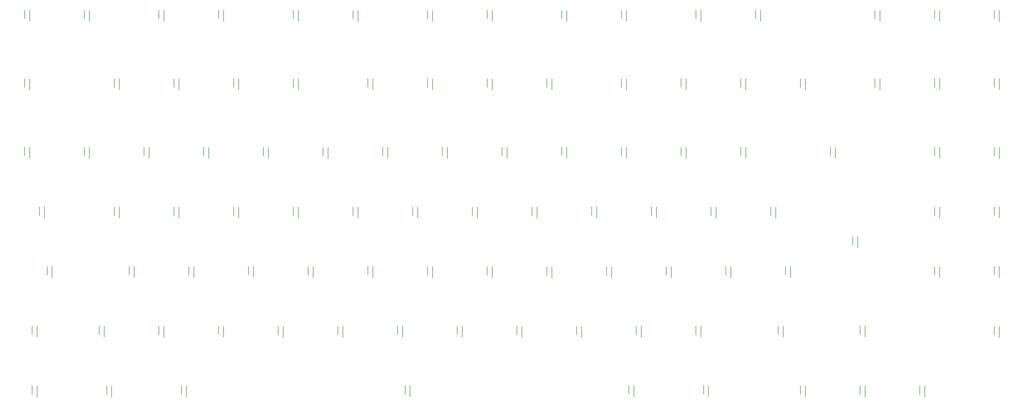
<source format=gbo>
G04 #@! TF.GenerationSoftware,KiCad,Pcbnew,7.0.8*
G04 #@! TF.CreationDate,2024-02-16T20:15:50-06:00*
G04 #@! TF.ProjectId,VesselV3,56657373-656c-4563-932e-6b696361645f,3.0*
G04 #@! TF.SameCoordinates,Original*
G04 #@! TF.FileFunction,Legend,Bot*
G04 #@! TF.FilePolarity,Positive*
%FSLAX46Y46*%
G04 Gerber Fmt 4.6, Leading zero omitted, Abs format (unit mm)*
G04 Created by KiCad (PCBNEW 7.0.8) date 2024-02-16 20:15:50*
%MOMM*%
%LPD*%
G01*
G04 APERTURE LIST*
G04 Aperture macros list*
%AMRoundRect*
0 Rectangle with rounded corners*
0 $1 Rounding radius*
0 $2 $3 $4 $5 $6 $7 $8 $9 X,Y pos of 4 corners*
0 Add a 4 corners polygon primitive as box body*
4,1,4,$2,$3,$4,$5,$6,$7,$8,$9,$2,$3,0*
0 Add four circle primitives for the rounded corners*
1,1,$1+$1,$2,$3*
1,1,$1+$1,$4,$5*
1,1,$1+$1,$6,$7*
1,1,$1+$1,$8,$9*
0 Add four rect primitives between the rounded corners*
20,1,$1+$1,$2,$3,$4,$5,0*
20,1,$1+$1,$4,$5,$6,$7,0*
20,1,$1+$1,$6,$7,$8,$9,0*
20,1,$1+$1,$8,$9,$2,$3,0*%
G04 Aperture macros list end*
%ADD10C,0.200000*%
%ADD11C,1.750000*%
%ADD12C,4.000000*%
%ADD13C,2.500000*%
%ADD14C,0.800000*%
%ADD15C,2.000000*%
%ADD16C,2.565000*%
%ADD17RoundRect,0.102000X1.237500X-1.237500X1.237500X1.237500X-1.237500X1.237500X-1.237500X-1.237500X0*%
%ADD18C,2.679000*%
%ADD19C,3.048000*%
%ADD20C,3.987800*%
%ADD21C,7.000000*%
%ADD22C,5.500000*%
%ADD23R,1.500000X1.500000*%
%ADD24C,1.500000*%
%ADD25C,4.920000*%
%ADD26R,0.740000X1.020000*%
G04 APERTURE END LIST*
D10*
X225272500Y-155675000D02*
X225272500Y-152115000D01*
X223672500Y-154815000D02*
X223672500Y-152115000D01*
X253847500Y-92810000D02*
X253847500Y-89250000D01*
X252247500Y-91950000D02*
X252247500Y-89250000D01*
X144310000Y-193804000D02*
X144310000Y-190244000D01*
X142710000Y-192944000D02*
X142710000Y-190244000D01*
X372910000Y-155626000D02*
X372910000Y-152066000D01*
X371310000Y-154766000D02*
X371310000Y-152066000D01*
X239560000Y-193804000D02*
X239560000Y-190244000D01*
X237960000Y-192944000D02*
X237960000Y-190244000D01*
X268135000Y-174754000D02*
X268135000Y-171194000D01*
X266535000Y-173894000D02*
X266535000Y-171194000D01*
X101447500Y-136576000D02*
X101447500Y-133016000D01*
X99847500Y-135716000D02*
X99847500Y-133016000D01*
X153835000Y-174725000D02*
X153835000Y-171165000D01*
X152235000Y-173865000D02*
X152235000Y-171165000D01*
X110972500Y-114732000D02*
X110972500Y-111172000D01*
X109372500Y-113872000D02*
X109372500Y-111172000D01*
X349097500Y-212825000D02*
X349097500Y-209265000D01*
X347497500Y-211965000D02*
X347497500Y-209265000D01*
X277660000Y-92810000D02*
X277660000Y-89250000D01*
X276060000Y-91950000D02*
X276060000Y-89250000D01*
X258610000Y-193804000D02*
X258610000Y-190244000D01*
X257010000Y-192944000D02*
X257010000Y-190244000D01*
X65728800Y-212854000D02*
X65728800Y-209294000D01*
X64128800Y-211994000D02*
X64128800Y-209294000D01*
X234797500Y-136576000D02*
X234797500Y-133016000D01*
X233197500Y-135716000D02*
X233197500Y-133016000D01*
X353860000Y-114654000D02*
X353860000Y-111094000D01*
X352260000Y-113794000D02*
X352260000Y-111094000D01*
X310997500Y-114732000D02*
X310997500Y-111172000D01*
X309397500Y-113872000D02*
X309397500Y-111172000D01*
X230035000Y-114732000D02*
X230035000Y-111172000D01*
X228435000Y-113872000D02*
X228435000Y-111172000D01*
X296710000Y-92761000D02*
X296710000Y-89201000D01*
X295110000Y-91901000D02*
X295110000Y-89201000D01*
X149072500Y-155675000D02*
X149072500Y-152115000D01*
X147472500Y-154815000D02*
X147472500Y-152115000D01*
X134785000Y-174676000D02*
X134785000Y-171116000D01*
X133185000Y-173816000D02*
X133185000Y-171116000D01*
X306235000Y-174676000D02*
X306235000Y-171116000D01*
X304635000Y-173816000D02*
X304635000Y-171116000D01*
X353860000Y-92810000D02*
X353860000Y-89250000D01*
X352260000Y-91950000D02*
X352260000Y-89250000D01*
X330047500Y-193726000D02*
X330047500Y-190166000D01*
X328447500Y-192866000D02*
X328447500Y-190166000D01*
X63347500Y-136576000D02*
X63347500Y-133016000D01*
X61747500Y-135716000D02*
X61747500Y-133016000D01*
X106210000Y-193775000D02*
X106210000Y-190215000D01*
X104610000Y-192915000D02*
X104610000Y-190215000D01*
X310997500Y-212854000D02*
X310997500Y-209294000D01*
X309397500Y-211994000D02*
X309397500Y-209294000D01*
X65728800Y-193726000D02*
X65728800Y-190166000D01*
X64128800Y-192866000D02*
X64128800Y-190166000D01*
X215747500Y-136654000D02*
X215747500Y-133094000D01*
X214147500Y-135794000D02*
X214147500Y-133094000D01*
X172885000Y-174676000D02*
X172885000Y-171116000D01*
X171285000Y-173816000D02*
X171285000Y-171116000D01*
X177647500Y-136576000D02*
X177647500Y-133016000D01*
X176047500Y-135716000D02*
X176047500Y-133016000D01*
X130022500Y-155704000D02*
X130022500Y-152144000D01*
X128422500Y-154844000D02*
X128422500Y-152144000D01*
X91922500Y-155675000D02*
X91922500Y-152115000D01*
X90322500Y-154815000D02*
X90322500Y-152115000D01*
X272897500Y-114654000D02*
X272897500Y-111094000D01*
X271297500Y-113794000D02*
X271297500Y-111094000D01*
X182410000Y-193726000D02*
X182410000Y-190166000D01*
X180810000Y-192866000D02*
X180810000Y-190166000D01*
X89541300Y-212854000D02*
X89541300Y-209294000D01*
X87941300Y-211994000D02*
X87941300Y-209294000D01*
X163360000Y-193804000D02*
X163360000Y-190244000D01*
X161760000Y-192944000D02*
X161760000Y-190244000D01*
X353860000Y-155675000D02*
X353860000Y-152115000D01*
X352260000Y-154815000D02*
X352260000Y-152115000D01*
X327666300Y-165151000D02*
X327666300Y-161591000D01*
X326066300Y-164291000D02*
X326066300Y-161591000D01*
X220510000Y-193804000D02*
X220510000Y-190244000D01*
X218910000Y-192944000D02*
X218910000Y-190244000D01*
X172885000Y-114654000D02*
X172885000Y-111094000D01*
X171285000Y-113794000D02*
X171285000Y-111094000D01*
X330047500Y-212854000D02*
X330047500Y-209294000D01*
X328447500Y-211994000D02*
X328447500Y-209294000D01*
X206222500Y-155704000D02*
X206222500Y-152144000D01*
X204622500Y-154844000D02*
X204622500Y-152144000D01*
X282422500Y-155704000D02*
X282422500Y-152144000D01*
X280822500Y-154844000D02*
X280822500Y-152144000D01*
X187172500Y-155704000D02*
X187172500Y-152144000D01*
X185572500Y-154844000D02*
X185572500Y-152144000D01*
X249085000Y-174725000D02*
X249085000Y-171165000D01*
X247485000Y-173865000D02*
X247485000Y-171165000D01*
X372910000Y-193775000D02*
X372910000Y-190215000D01*
X371310000Y-192915000D02*
X371310000Y-190215000D01*
X68110000Y-155626000D02*
X68110000Y-152066000D01*
X66510000Y-154766000D02*
X66510000Y-152066000D01*
X168122500Y-155675000D02*
X168122500Y-152115000D01*
X166522500Y-154815000D02*
X166522500Y-152115000D01*
X353860000Y-174725000D02*
X353860000Y-171165000D01*
X352260000Y-173865000D02*
X352260000Y-171165000D01*
X234797500Y-92839000D02*
X234797500Y-89279000D01*
X233197500Y-91979000D02*
X233197500Y-89279000D01*
X120497500Y-136625000D02*
X120497500Y-133065000D01*
X118897500Y-135765000D02*
X118897500Y-133065000D01*
X63347500Y-114683000D02*
X63347500Y-111123000D01*
X61747500Y-113823000D02*
X61747500Y-111123000D01*
X201460000Y-193726000D02*
X201460000Y-190166000D01*
X199860000Y-192866000D02*
X199860000Y-190166000D01*
X320522500Y-136625000D02*
X320522500Y-133065000D01*
X318922500Y-135765000D02*
X318922500Y-133065000D01*
X196697500Y-136576000D02*
X196697500Y-133016000D01*
X195097500Y-135716000D02*
X195097500Y-133016000D01*
X87160000Y-193726000D02*
X87160000Y-190166000D01*
X85560000Y-192866000D02*
X85560000Y-190166000D01*
X244322500Y-155626000D02*
X244322500Y-152066000D01*
X242722500Y-154766000D02*
X242722500Y-152066000D01*
X372910000Y-136654000D02*
X372910000Y-133094000D01*
X371310000Y-135794000D02*
X371310000Y-133094000D01*
X130022500Y-114654000D02*
X130022500Y-111094000D01*
X128422500Y-113794000D02*
X128422500Y-111094000D01*
X256228800Y-212776000D02*
X256228800Y-209216000D01*
X254628800Y-211916000D02*
X254628800Y-209216000D01*
X125260000Y-193726000D02*
X125260000Y-190166000D01*
X123660000Y-192866000D02*
X123660000Y-190166000D01*
X372910000Y-92839000D02*
X372910000Y-89279000D01*
X371310000Y-91979000D02*
X371310000Y-89279000D01*
X158597500Y-136625000D02*
X158597500Y-133065000D01*
X156997500Y-135765000D02*
X156997500Y-133065000D01*
X210985000Y-174754000D02*
X210985000Y-171194000D01*
X209385000Y-173894000D02*
X209385000Y-171194000D01*
X334810000Y-92839000D02*
X334810000Y-89279000D01*
X333210000Y-91979000D02*
X333210000Y-89279000D01*
X149072500Y-92810000D02*
X149072500Y-89250000D01*
X147472500Y-91950000D02*
X147472500Y-89250000D01*
X70491300Y-174676000D02*
X70491300Y-171116000D01*
X68891300Y-173816000D02*
X68891300Y-171116000D01*
X291947500Y-136576000D02*
X291947500Y-133016000D01*
X290347500Y-135716000D02*
X290347500Y-133016000D01*
X191935000Y-114683000D02*
X191935000Y-111123000D01*
X190335000Y-113823000D02*
X190335000Y-111123000D01*
X277660000Y-193726000D02*
X277660000Y-190166000D01*
X276060000Y-192866000D02*
X276060000Y-190166000D01*
X82397500Y-136654000D02*
X82397500Y-133094000D01*
X80797500Y-135794000D02*
X80797500Y-133094000D01*
X149072500Y-114683000D02*
X149072500Y-111123000D01*
X147472500Y-113823000D02*
X147472500Y-111123000D01*
X82397500Y-92839000D02*
X82397500Y-89279000D01*
X80797500Y-91979000D02*
X80797500Y-89279000D01*
X253847500Y-136625000D02*
X253847500Y-133065000D01*
X252247500Y-135765000D02*
X252247500Y-133065000D01*
X184791300Y-212776000D02*
X184791300Y-209216000D01*
X183191300Y-211916000D02*
X183191300Y-209216000D01*
X125260000Y-92810000D02*
X125260000Y-89250000D01*
X123660000Y-91950000D02*
X123660000Y-89250000D01*
X303853800Y-193726000D02*
X303853800Y-190166000D01*
X302253800Y-192866000D02*
X302253800Y-190166000D01*
X191935000Y-174754000D02*
X191935000Y-171194000D01*
X190335000Y-173894000D02*
X190335000Y-171194000D01*
X372910000Y-114654000D02*
X372910000Y-111094000D01*
X371310000Y-113794000D02*
X371310000Y-111094000D01*
X210985000Y-114732000D02*
X210985000Y-111172000D01*
X209385000Y-113872000D02*
X209385000Y-111172000D01*
X191935000Y-92839000D02*
X191935000Y-89279000D01*
X190335000Y-91979000D02*
X190335000Y-89279000D01*
X91922500Y-114732000D02*
X91922500Y-111172000D01*
X90322500Y-113872000D02*
X90322500Y-111172000D01*
X301472500Y-155704000D02*
X301472500Y-152144000D01*
X299872500Y-154844000D02*
X299872500Y-152144000D01*
X139547500Y-136654000D02*
X139547500Y-133094000D01*
X137947500Y-135794000D02*
X137947500Y-133094000D01*
X168122500Y-92839000D02*
X168122500Y-89279000D01*
X166522500Y-91979000D02*
X166522500Y-89279000D01*
X272897500Y-136625000D02*
X272897500Y-133065000D01*
X271297500Y-135765000D02*
X271297500Y-133065000D01*
X280041300Y-212776000D02*
X280041300Y-209216000D01*
X278441300Y-211916000D02*
X278441300Y-209216000D01*
X334810000Y-114732000D02*
X334810000Y-111172000D01*
X333210000Y-113872000D02*
X333210000Y-111172000D01*
X96685000Y-174676000D02*
X96685000Y-171116000D01*
X95085000Y-173816000D02*
X95085000Y-171116000D01*
X230035000Y-174803000D02*
X230035000Y-171243000D01*
X228435000Y-173943000D02*
X228435000Y-171243000D01*
X291947500Y-114683000D02*
X291947500Y-111123000D01*
X290347500Y-113823000D02*
X290347500Y-111123000D01*
X106210000Y-92761000D02*
X106210000Y-89201000D01*
X104610000Y-91901000D02*
X104610000Y-89201000D01*
X353860000Y-136576000D02*
X353860000Y-133016000D01*
X352260000Y-135716000D02*
X352260000Y-133016000D01*
X115735000Y-174725000D02*
X115735000Y-171165000D01*
X114135000Y-173865000D02*
X114135000Y-171165000D01*
X287185000Y-174754000D02*
X287185000Y-171194000D01*
X285585000Y-173894000D02*
X285585000Y-171194000D01*
X113353800Y-212776000D02*
X113353800Y-209216000D01*
X111753800Y-211916000D02*
X111753800Y-209216000D01*
X372910000Y-174676000D02*
X372910000Y-171116000D01*
X371310000Y-173816000D02*
X371310000Y-171116000D01*
X253847500Y-114683000D02*
X253847500Y-111123000D01*
X252247500Y-113823000D02*
X252247500Y-111123000D01*
X63347500Y-92810000D02*
X63347500Y-89250000D01*
X61747500Y-91950000D02*
X61747500Y-89250000D01*
X263372500Y-155626000D02*
X263372500Y-152066000D01*
X261772500Y-154766000D02*
X261772500Y-152066000D01*
X210985000Y-92761000D02*
X210985000Y-89201000D01*
X209385000Y-91901000D02*
X209385000Y-89201000D01*
X110972500Y-155675000D02*
X110972500Y-152115000D01*
X109372500Y-154815000D02*
X109372500Y-152115000D01*
%LPC*%
D11*
X200025000Y-87153700D03*
D12*
X205105000Y-87153700D03*
D11*
X210185000Y-87153700D03*
D13*
X201295000Y-84613700D03*
X207645000Y-82073700D03*
D11*
X361950000Y-169068700D03*
D12*
X367030000Y-169068700D03*
D11*
X372110000Y-169068700D03*
D13*
X363220000Y-166528700D03*
X369570000Y-163988700D03*
D11*
X338137500Y-207168700D03*
D12*
X343217500Y-207168700D03*
D11*
X348297500Y-207168700D03*
D13*
X339407500Y-204628700D03*
X345757500Y-202088700D03*
D11*
X54768800Y-207168700D03*
D12*
X59848800Y-207168700D03*
D11*
X64928800Y-207168700D03*
D13*
X56038800Y-204628700D03*
X62388800Y-202088700D03*
D11*
X190500000Y-188118700D03*
D12*
X195580000Y-188118700D03*
D11*
X200660000Y-188118700D03*
D13*
X191770000Y-185578700D03*
X198120000Y-183038700D03*
D11*
X142875000Y-169068700D03*
D12*
X147955000Y-169068700D03*
D11*
X153035000Y-169068700D03*
D13*
X144145000Y-166528700D03*
X150495000Y-163988700D03*
D11*
X342900000Y-150018700D03*
D12*
X347980000Y-150018700D03*
D11*
X353060000Y-150018700D03*
D13*
X344170000Y-147478700D03*
X350520000Y-144938700D03*
D14*
X248880000Y-33023000D03*
X242280000Y-33023000D03*
D15*
X250190000Y-33583000D03*
X240970000Y-33583000D03*
D16*
X250190000Y-29083000D03*
X240970000Y-29083000D03*
D11*
X119062500Y-150018700D03*
D12*
X124142500Y-150018700D03*
D11*
X129222500Y-150018700D03*
D13*
X120332500Y-147478700D03*
X126682500Y-144938700D03*
D11*
X123825000Y-169068700D03*
D12*
X128905000Y-169068700D03*
D11*
X133985000Y-169068700D03*
D13*
X125095000Y-166528700D03*
X131445000Y-163988700D03*
D11*
X228600000Y-188118700D03*
D12*
X233680000Y-188118700D03*
D11*
X238760000Y-188118700D03*
D13*
X229870000Y-185578700D03*
X236220000Y-183038700D03*
D11*
X166687500Y-130968700D03*
D12*
X171767500Y-130968700D03*
D11*
X176847500Y-130968700D03*
D13*
X167957500Y-128428700D03*
X174307500Y-125888700D03*
D11*
X185737500Y-130968700D03*
D12*
X190817500Y-130968700D03*
D11*
X195897500Y-130968700D03*
D13*
X187007500Y-128428700D03*
X193357500Y-125888700D03*
D11*
X269081300Y-207168700D03*
D12*
X274161300Y-207168700D03*
D11*
X279241300Y-207168700D03*
D13*
X270351300Y-204628700D03*
X276701300Y-202088700D03*
D11*
X361950000Y-150018700D03*
D12*
X367030000Y-150018700D03*
D11*
X372110000Y-150018700D03*
D13*
X363220000Y-147478700D03*
X369570000Y-144938700D03*
D11*
X90487500Y-130968700D03*
D12*
X95567500Y-130968700D03*
D11*
X100647500Y-130968700D03*
D13*
X91757500Y-128428700D03*
X98107500Y-125888700D03*
D11*
X52387500Y-130968700D03*
D12*
X57467500Y-130968700D03*
D11*
X62547500Y-130968700D03*
D13*
X53657500Y-128428700D03*
X60007500Y-125888700D03*
D11*
X180975000Y-109061200D03*
D12*
X186055000Y-109061200D03*
D11*
X191135000Y-109061200D03*
D13*
X182245000Y-106521200D03*
X188595000Y-103981200D03*
D11*
X138112500Y-87153700D03*
D12*
X143192500Y-87153700D03*
D11*
X148272500Y-87153700D03*
D13*
X139382500Y-84613700D03*
X145732500Y-82073700D03*
D11*
X52387500Y-87153700D03*
D12*
X57467500Y-87153700D03*
D11*
X62547500Y-87153700D03*
D13*
X53657500Y-84613700D03*
X60007500Y-82073700D03*
D11*
X80962500Y-150018700D03*
D12*
X86042500Y-150018700D03*
D11*
X91122500Y-150018700D03*
D13*
X82232500Y-147478700D03*
X88582500Y-144938700D03*
D11*
X245268800Y-207168700D03*
D12*
X250348800Y-207168700D03*
D11*
X255428800Y-207168700D03*
D13*
X246538800Y-204628700D03*
X252888800Y-202088700D03*
D17*
X375651500Y-67742000D03*
D18*
X375651500Y-62992000D03*
X375651500Y-58242000D03*
D11*
X361950000Y-87153700D03*
D12*
X367030000Y-87153700D03*
D11*
X372110000Y-87153700D03*
D13*
X363220000Y-84613700D03*
X369570000Y-82073700D03*
D11*
X292893800Y-188118700D03*
D12*
X297973800Y-188118700D03*
D11*
X303053800Y-188118700D03*
D13*
X294163800Y-185578700D03*
X300513800Y-183038700D03*
D11*
X76200000Y-188118700D03*
D12*
X81280000Y-188118700D03*
D11*
X86360000Y-188118700D03*
D13*
X77470000Y-185578700D03*
X83820000Y-183038700D03*
D11*
X309562500Y-130968700D03*
D12*
X314642500Y-130968700D03*
D11*
X319722500Y-130968700D03*
D13*
X310832500Y-128428700D03*
X317182500Y-125888700D03*
D11*
X223837500Y-87153700D03*
D12*
X228917500Y-87153700D03*
D11*
X233997500Y-87153700D03*
D13*
X225107500Y-84613700D03*
X231457500Y-82073700D03*
D11*
X300037500Y-207168700D03*
D12*
X305117500Y-207168700D03*
D11*
X310197500Y-207168700D03*
D13*
X301307500Y-204628700D03*
X307657500Y-202088700D03*
D11*
X114300000Y-188118700D03*
D12*
X119380000Y-188118700D03*
D11*
X124460000Y-188118700D03*
D13*
X115570000Y-185578700D03*
X121920000Y-183038700D03*
D11*
X171450000Y-188118700D03*
D12*
X176530000Y-188118700D03*
D11*
X181610000Y-188118700D03*
D13*
X172720000Y-185578700D03*
X179070000Y-183038700D03*
D11*
X247650000Y-188118700D03*
D12*
X252730000Y-188118700D03*
D11*
X257810000Y-188118700D03*
D13*
X248920000Y-185578700D03*
X255270000Y-183038700D03*
D11*
X319087500Y-188118700D03*
D12*
X324167500Y-188118700D03*
D11*
X329247500Y-188118700D03*
D13*
X320357500Y-185578700D03*
X326707500Y-183038700D03*
D11*
X157162500Y-150018700D03*
D12*
X162242500Y-150018700D03*
D11*
X167322500Y-150018700D03*
D13*
X158432500Y-147478700D03*
X164782500Y-144938700D03*
D11*
X52387500Y-109061200D03*
D12*
X57467500Y-109061200D03*
D11*
X62547500Y-109061200D03*
D13*
X53657500Y-106521200D03*
X60007500Y-103981200D03*
D11*
X290512500Y-150018700D03*
D12*
X295592500Y-150018700D03*
D11*
X300672500Y-150018700D03*
D13*
X291782500Y-147478700D03*
X298132500Y-144938700D03*
D11*
X342900000Y-109061200D03*
D12*
X347980000Y-109061200D03*
D11*
X353060000Y-109061200D03*
D13*
X344170000Y-106521200D03*
X350520000Y-103981200D03*
D19*
X326580500Y-137953700D03*
D20*
X326580500Y-122743700D03*
D19*
X302704500Y-137953700D03*
D20*
X302704500Y-122743700D03*
D11*
X219075000Y-109061200D03*
D12*
X224155000Y-109061200D03*
D11*
X229235000Y-109061200D03*
D13*
X220345000Y-106521200D03*
X226695000Y-103981200D03*
D11*
X157162500Y-87153700D03*
D12*
X162242500Y-87153700D03*
D11*
X167322500Y-87153700D03*
D13*
X158432500Y-84613700D03*
X164782500Y-82073700D03*
D11*
X80962500Y-109061200D03*
D12*
X86042500Y-109061200D03*
D11*
X91122500Y-109061200D03*
D13*
X82232500Y-106521200D03*
X88582500Y-103981200D03*
D11*
X114300000Y-87153700D03*
D12*
X119380000Y-87153700D03*
D11*
X124460000Y-87153700D03*
D13*
X115570000Y-84613700D03*
X121920000Y-82073700D03*
D11*
X180975000Y-169068700D03*
D12*
X186055000Y-169068700D03*
D11*
X191135000Y-169068700D03*
D13*
X182245000Y-166528700D03*
X188595000Y-163988700D03*
D11*
X261937500Y-130968700D03*
D12*
X267017500Y-130968700D03*
D11*
X272097500Y-130968700D03*
D13*
X263207500Y-128428700D03*
X269557500Y-125888700D03*
D11*
X119062500Y-109061200D03*
D12*
X124142500Y-109061200D03*
D11*
X129222500Y-109061200D03*
D13*
X120332500Y-106521200D03*
X126682500Y-103981200D03*
D11*
X271462500Y-150018700D03*
D12*
X276542500Y-150018700D03*
D11*
X281622500Y-150018700D03*
D13*
X272732500Y-147478700D03*
X279082500Y-144938700D03*
D11*
X223837500Y-130968700D03*
D12*
X228917500Y-130968700D03*
D11*
X233997500Y-130968700D03*
D13*
X225107500Y-128428700D03*
X231457500Y-125888700D03*
D11*
X204787500Y-130968700D03*
D12*
X209867500Y-130968700D03*
D11*
X214947500Y-130968700D03*
D13*
X206057500Y-128428700D03*
X212407500Y-125888700D03*
D11*
X161925000Y-109061200D03*
D12*
X167005000Y-109061200D03*
D11*
X172085000Y-109061200D03*
D13*
X163195000Y-106521200D03*
X169545000Y-103981200D03*
D11*
X316706300Y-159543700D03*
D12*
X321786300Y-159543700D03*
D11*
X326866300Y-159543700D03*
D13*
X317976300Y-157003700D03*
X324326300Y-154463700D03*
D21*
X49784000Y-169025000D03*
D19*
X314801300Y-171481700D03*
D20*
X330011300Y-171481700D03*
D19*
X314801300Y-147605700D03*
D20*
X330011300Y-147605700D03*
D11*
X280987500Y-109061200D03*
D12*
X286067500Y-109061200D03*
D11*
X291147500Y-109061200D03*
D13*
X282257500Y-106521200D03*
X288607500Y-103981200D03*
D11*
X133350000Y-188118700D03*
D12*
X138430000Y-188118700D03*
D11*
X143510000Y-188118700D03*
D13*
X134620000Y-185578700D03*
X140970000Y-183038700D03*
D22*
X371729000Y-36195000D03*
D11*
X200025000Y-169068700D03*
D12*
X205105000Y-169068700D03*
D11*
X210185000Y-169068700D03*
D13*
X201295000Y-166528700D03*
X207645000Y-163988700D03*
D11*
X102393800Y-207168700D03*
D12*
X107473800Y-207168700D03*
D11*
X112553800Y-207168700D03*
D13*
X103663800Y-204628700D03*
X110013800Y-202088700D03*
D11*
X300037500Y-109061200D03*
D12*
X305117500Y-109061200D03*
D11*
X310197500Y-109061200D03*
D13*
X301307500Y-106521200D03*
X307657500Y-103981200D03*
D11*
X138112500Y-150018700D03*
D12*
X143192500Y-150018700D03*
D11*
X148272500Y-150018700D03*
D13*
X139382500Y-147478700D03*
X145732500Y-144938700D03*
D11*
X195262500Y-150018700D03*
D12*
X200342500Y-150018700D03*
D11*
X205422500Y-150018700D03*
D13*
X196532500Y-147478700D03*
X202882500Y-144938700D03*
D11*
X71437500Y-130968700D03*
D12*
X76517500Y-130968700D03*
D11*
X81597500Y-130968700D03*
D13*
X72707500Y-128428700D03*
X79057500Y-125888700D03*
D11*
X276225000Y-169068700D03*
D12*
X281305000Y-169068700D03*
D11*
X286385000Y-169068700D03*
D13*
X277495000Y-166528700D03*
X283845000Y-163988700D03*
D11*
X342900000Y-130968700D03*
D12*
X347980000Y-130968700D03*
D11*
X353060000Y-130968700D03*
D13*
X344170000Y-128428700D03*
X350520000Y-125888700D03*
D11*
X152400000Y-188118700D03*
D12*
X157480000Y-188118700D03*
D11*
X162560000Y-188118700D03*
D13*
X153670000Y-185578700D03*
X160020000Y-183038700D03*
D11*
X214312500Y-150018700D03*
D12*
X219392500Y-150018700D03*
D11*
X224472500Y-150018700D03*
D13*
X215582500Y-147478700D03*
X221932500Y-144938700D03*
D11*
X161925000Y-169068700D03*
D12*
X167005000Y-169068700D03*
D11*
X172085000Y-169068700D03*
D13*
X163195000Y-166528700D03*
X169545000Y-163988700D03*
D11*
X266700000Y-87153700D03*
D12*
X271780000Y-87153700D03*
D11*
X276860000Y-87153700D03*
D13*
X267970000Y-84613700D03*
X274320000Y-82073700D03*
D11*
X54768800Y-188118700D03*
D12*
X59848800Y-188118700D03*
D11*
X64928800Y-188118700D03*
D13*
X56038800Y-185578700D03*
X62388800Y-183038700D03*
D11*
X147637500Y-130968700D03*
D12*
X152717500Y-130968700D03*
D11*
X157797500Y-130968700D03*
D13*
X148907500Y-128428700D03*
X155257500Y-125888700D03*
D22*
X54229000Y-36195000D03*
D11*
X361950000Y-188118700D03*
D12*
X367030000Y-188118700D03*
D11*
X372110000Y-188118700D03*
D13*
X363220000Y-185578700D03*
X369570000Y-183038700D03*
D11*
X95250000Y-87153700D03*
D12*
X100330000Y-87153700D03*
D11*
X105410000Y-87153700D03*
D13*
X96520000Y-84613700D03*
X102870000Y-82073700D03*
D11*
X323850000Y-109061200D03*
D12*
X328930000Y-109061200D03*
D11*
X334010000Y-109061200D03*
D13*
X325120000Y-106521200D03*
X331470000Y-103981200D03*
D11*
X173831300Y-207168700D03*
D12*
X178911300Y-207168700D03*
D11*
X183991300Y-207168700D03*
D13*
X175101300Y-204628700D03*
X181451300Y-202088700D03*
D11*
X95250000Y-188118700D03*
D12*
X100330000Y-188118700D03*
D11*
X105410000Y-188118700D03*
D13*
X96520000Y-185578700D03*
X102870000Y-183038700D03*
D11*
X209550000Y-188118700D03*
D12*
X214630000Y-188118700D03*
D11*
X219710000Y-188118700D03*
D13*
X210820000Y-185578700D03*
X217170000Y-183038700D03*
D11*
X280987500Y-130968700D03*
D12*
X286067500Y-130968700D03*
D11*
X291147500Y-130968700D03*
D13*
X282257500Y-128428700D03*
X288607500Y-125888700D03*
D11*
X361950000Y-109061200D03*
D12*
X367030000Y-109061200D03*
D11*
X372110000Y-109061200D03*
D13*
X363220000Y-106521200D03*
X369570000Y-103981200D03*
D11*
X219075000Y-169068700D03*
D12*
X224155000Y-169068700D03*
D11*
X229235000Y-169068700D03*
D13*
X220345000Y-166528700D03*
X226695000Y-163988700D03*
D19*
X228911300Y-214153700D03*
D20*
X228911300Y-198943700D03*
D19*
X128911300Y-214153700D03*
D20*
X128911300Y-198943700D03*
D11*
X261937500Y-109061200D03*
D12*
X267017500Y-109061200D03*
D11*
X272097500Y-109061200D03*
D13*
X263207500Y-106521200D03*
X269557500Y-103981200D03*
D11*
X342900000Y-169068700D03*
D12*
X347980000Y-169068700D03*
D11*
X353060000Y-169068700D03*
D13*
X344170000Y-166528700D03*
X350520000Y-163988700D03*
D22*
X290819000Y-207137000D03*
D11*
X176212500Y-150018700D03*
D12*
X181292500Y-150018700D03*
D11*
X186372500Y-150018700D03*
D13*
X177482500Y-147478700D03*
X183832500Y-144938700D03*
D11*
X104775000Y-169068700D03*
D12*
X109855000Y-169068700D03*
D11*
X114935000Y-169068700D03*
D13*
X106045000Y-166528700D03*
X112395000Y-163988700D03*
D11*
X242887500Y-130968700D03*
D12*
X247967500Y-130968700D03*
D11*
X253047500Y-130968700D03*
D13*
X244157500Y-128428700D03*
X250507500Y-125888700D03*
D11*
X138112500Y-109061200D03*
D12*
X143192500Y-109061200D03*
D11*
X148272500Y-109061200D03*
D13*
X139382500Y-106521200D03*
X145732500Y-103981200D03*
D11*
X57150000Y-150018700D03*
D12*
X62230000Y-150018700D03*
D11*
X67310000Y-150018700D03*
D13*
X58420000Y-147478700D03*
X64770000Y-144938700D03*
D11*
X238125000Y-169068700D03*
D12*
X243205000Y-169068700D03*
D11*
X248285000Y-169068700D03*
D13*
X239395000Y-166528700D03*
X245745000Y-163988700D03*
D11*
X257175000Y-169068700D03*
D12*
X262255000Y-169068700D03*
D11*
X267335000Y-169068700D03*
D13*
X258445000Y-166528700D03*
X264795000Y-163988700D03*
D11*
X100012500Y-150018700D03*
D12*
X105092500Y-150018700D03*
D11*
X110172500Y-150018700D03*
D13*
X101282500Y-147478700D03*
X107632500Y-144938700D03*
D11*
X242887500Y-109061200D03*
D12*
X247967500Y-109061200D03*
D11*
X253047500Y-109061200D03*
D13*
X244157500Y-106521200D03*
X250507500Y-103981200D03*
D11*
X109537500Y-130968700D03*
D12*
X114617500Y-130968700D03*
D11*
X119697500Y-130968700D03*
D13*
X110807500Y-128428700D03*
X117157500Y-125888700D03*
D11*
X200025000Y-109061200D03*
D12*
X205105000Y-109061200D03*
D11*
X210185000Y-109061200D03*
D13*
X201295000Y-106521200D03*
X207645000Y-103981200D03*
D11*
X323850000Y-87153700D03*
D12*
X328930000Y-87153700D03*
D11*
X334010000Y-87153700D03*
D13*
X325120000Y-84613700D03*
X331470000Y-82073700D03*
D11*
X71437500Y-87153700D03*
D12*
X76517500Y-87153700D03*
D11*
X81597500Y-87153700D03*
D13*
X72707500Y-84613700D03*
X79057500Y-82073700D03*
D11*
X361950000Y-130968700D03*
D12*
X367030000Y-130968700D03*
D11*
X372110000Y-130968700D03*
D13*
X363220000Y-128428700D03*
X369570000Y-125888700D03*
D11*
X78581300Y-207168700D03*
D12*
X83661300Y-207168700D03*
D11*
X88741300Y-207168700D03*
D13*
X79851300Y-204628700D03*
X86201300Y-202088700D03*
D11*
X85725000Y-169068700D03*
D12*
X90805000Y-169068700D03*
D11*
X95885000Y-169068700D03*
D13*
X86995000Y-166528700D03*
X93345000Y-163988700D03*
D11*
X100012500Y-109061200D03*
D12*
X105092500Y-109061200D03*
D11*
X110172500Y-109061200D03*
D13*
X101282500Y-106521200D03*
X107632500Y-103981200D03*
D11*
X319087500Y-207168700D03*
D12*
X324167500Y-207168700D03*
D11*
X329247500Y-207168700D03*
D13*
X320357500Y-204628700D03*
X326707500Y-202088700D03*
D11*
X285750000Y-87153700D03*
D12*
X290830000Y-87153700D03*
D11*
X295910000Y-87153700D03*
D13*
X287020000Y-84613700D03*
X293370000Y-82073700D03*
D11*
X180975000Y-87153700D03*
D12*
X186055000Y-87153700D03*
D11*
X191135000Y-87153700D03*
D13*
X182245000Y-84613700D03*
X188595000Y-82073700D03*
D11*
X242887500Y-87153700D03*
D12*
X247967500Y-87153700D03*
D11*
X253047500Y-87153700D03*
D13*
X244157500Y-84613700D03*
X250507500Y-82073700D03*
D11*
X252412500Y-150018700D03*
D12*
X257492500Y-150018700D03*
D11*
X262572500Y-150018700D03*
D13*
X253682500Y-147478700D03*
X260032500Y-144938700D03*
D23*
X374396000Y-205115000D03*
D24*
X374396000Y-210115000D03*
X359896000Y-205115000D03*
X359896000Y-210115000D03*
X359896000Y-207615000D03*
D25*
X367396000Y-202015000D03*
X367396000Y-213215000D03*
D11*
X128587500Y-130968700D03*
D12*
X133667500Y-130968700D03*
D11*
X138747500Y-130968700D03*
D13*
X129857500Y-128428700D03*
X136207500Y-125888700D03*
D22*
X309753000Y-87249000D03*
D11*
X266700000Y-188118700D03*
D12*
X271780000Y-188118700D03*
D11*
X276860000Y-188118700D03*
D13*
X267970000Y-185578700D03*
X274320000Y-183038700D03*
D11*
X59531300Y-169068700D03*
D12*
X64611300Y-169068700D03*
D11*
X69691300Y-169068700D03*
D13*
X60801300Y-166528700D03*
X67151300Y-163988700D03*
D11*
X342900000Y-87153700D03*
D12*
X347980000Y-87153700D03*
D11*
X353060000Y-87153700D03*
D13*
X344170000Y-84613700D03*
X350520000Y-82073700D03*
D11*
X295275000Y-169068700D03*
D12*
X300355000Y-169068700D03*
D11*
X305435000Y-169068700D03*
D13*
X296545000Y-166528700D03*
X302895000Y-163988700D03*
D11*
X233362500Y-150018700D03*
D12*
X238442500Y-150018700D03*
D11*
X243522500Y-150018700D03*
D13*
X234632500Y-147478700D03*
X240982500Y-144938700D03*
D26*
X224472500Y-155165000D03*
X224472500Y-151765000D03*
X253047500Y-92300000D03*
X253047500Y-88900000D03*
X143510000Y-193294000D03*
X143510000Y-189894000D03*
X372110000Y-155116000D03*
X372110000Y-151716000D03*
X238760000Y-193294000D03*
X238760000Y-189894000D03*
X267335000Y-174244000D03*
X267335000Y-170844000D03*
X100647500Y-136066000D03*
X100647500Y-132666000D03*
X153035000Y-174215000D03*
X153035000Y-170815000D03*
X110172500Y-114222000D03*
X110172500Y-110822000D03*
X348297500Y-212315000D03*
X348297500Y-208915000D03*
X276860000Y-92300000D03*
X276860000Y-88900000D03*
X257810000Y-193294000D03*
X257810000Y-189894000D03*
X64928800Y-212344000D03*
X64928800Y-208944000D03*
X233997500Y-136066000D03*
X233997500Y-132666000D03*
X353060000Y-114144000D03*
X353060000Y-110744000D03*
X310197500Y-114222000D03*
X310197500Y-110822000D03*
X229235000Y-114222000D03*
X229235000Y-110822000D03*
X295910000Y-92251000D03*
X295910000Y-88851000D03*
X148272500Y-155165000D03*
X148272500Y-151765000D03*
X133985000Y-174166000D03*
X133985000Y-170766000D03*
X305435000Y-174166000D03*
X305435000Y-170766000D03*
X353060000Y-92300000D03*
X353060000Y-88900000D03*
X329247500Y-193216000D03*
X329247500Y-189816000D03*
X62547500Y-136066000D03*
X62547500Y-132666000D03*
X105410000Y-193265000D03*
X105410000Y-189865000D03*
X310197500Y-212344000D03*
X310197500Y-208944000D03*
X64928800Y-193216000D03*
X64928800Y-189816000D03*
X214947500Y-136144000D03*
X214947500Y-132744000D03*
X172085000Y-174166000D03*
X172085000Y-170766000D03*
X176847500Y-136066000D03*
X176847500Y-132666000D03*
X129222500Y-155194000D03*
X129222500Y-151794000D03*
X91122500Y-155165000D03*
X91122500Y-151765000D03*
X272097500Y-114144000D03*
X272097500Y-110744000D03*
X181610000Y-193216000D03*
X181610000Y-189816000D03*
X88741300Y-212344000D03*
X88741300Y-208944000D03*
X162560000Y-193294000D03*
X162560000Y-189894000D03*
X353060000Y-155165000D03*
X353060000Y-151765000D03*
X326866300Y-164641000D03*
X326866300Y-161241000D03*
X219710000Y-193294000D03*
X219710000Y-189894000D03*
X172085000Y-114144000D03*
X172085000Y-110744000D03*
X329247500Y-212344000D03*
X329247500Y-208944000D03*
X205422500Y-155194000D03*
X205422500Y-151794000D03*
X281622500Y-155194000D03*
X281622500Y-151794000D03*
X186372500Y-155194000D03*
X186372500Y-151794000D03*
X248285000Y-174215000D03*
X248285000Y-170815000D03*
X372110000Y-193265000D03*
X372110000Y-189865000D03*
X67310000Y-155116000D03*
X67310000Y-151716000D03*
X167322500Y-155165000D03*
X167322500Y-151765000D03*
X353060000Y-174215000D03*
X353060000Y-170815000D03*
X233997500Y-92329000D03*
X233997500Y-88929000D03*
X119697500Y-136115000D03*
X119697500Y-132715000D03*
X62547500Y-114173000D03*
X62547500Y-110773000D03*
X200660000Y-193216000D03*
X200660000Y-189816000D03*
X319722500Y-136115000D03*
X319722500Y-132715000D03*
X195897500Y-136066000D03*
X195897500Y-132666000D03*
X86360000Y-193216000D03*
X86360000Y-189816000D03*
X243522500Y-155116000D03*
X243522500Y-151716000D03*
X372110000Y-136144000D03*
X372110000Y-132744000D03*
X129222500Y-114144000D03*
X129222500Y-110744000D03*
X255428800Y-212266000D03*
X255428800Y-208866000D03*
X124460000Y-193216000D03*
X124460000Y-189816000D03*
X372110000Y-92329000D03*
X372110000Y-88929000D03*
X157797500Y-136115000D03*
X157797500Y-132715000D03*
X210185000Y-174244000D03*
X210185000Y-170844000D03*
X334010000Y-92329000D03*
X334010000Y-88929000D03*
X148272500Y-92300000D03*
X148272500Y-88900000D03*
X69691300Y-174166000D03*
X69691300Y-170766000D03*
X291147500Y-136066000D03*
X291147500Y-132666000D03*
X191135000Y-114173000D03*
X191135000Y-110773000D03*
X276860000Y-193216000D03*
X276860000Y-189816000D03*
X81597500Y-136144000D03*
X81597500Y-132744000D03*
X148272500Y-114173000D03*
X148272500Y-110773000D03*
X81597500Y-92329000D03*
X81597500Y-88929000D03*
X253047500Y-136115000D03*
X253047500Y-132715000D03*
X183991300Y-212266000D03*
X183991300Y-208866000D03*
X124460000Y-92300000D03*
X124460000Y-88900000D03*
X303053800Y-193216000D03*
X303053800Y-189816000D03*
X191135000Y-174244000D03*
X191135000Y-170844000D03*
X372110000Y-114144000D03*
X372110000Y-110744000D03*
X210185000Y-114222000D03*
X210185000Y-110822000D03*
X191135000Y-92329000D03*
X191135000Y-88929000D03*
X91122500Y-114222000D03*
X91122500Y-110822000D03*
X300672500Y-155194000D03*
X300672500Y-151794000D03*
X138747500Y-136144000D03*
X138747500Y-132744000D03*
X167322500Y-92329000D03*
X167322500Y-88929000D03*
X272097500Y-136115000D03*
X272097500Y-132715000D03*
X279241300Y-212266000D03*
X279241300Y-208866000D03*
X334010000Y-114222000D03*
X334010000Y-110822000D03*
X95885000Y-174166000D03*
X95885000Y-170766000D03*
X229235000Y-174293000D03*
X229235000Y-170893000D03*
X291147500Y-114173000D03*
X291147500Y-110773000D03*
X105410000Y-92251000D03*
X105410000Y-88851000D03*
X353060000Y-136066000D03*
X353060000Y-132666000D03*
X114935000Y-174215000D03*
X114935000Y-170815000D03*
X286385000Y-174244000D03*
X286385000Y-170844000D03*
X112553800Y-212266000D03*
X112553800Y-208866000D03*
X372110000Y-174166000D03*
X372110000Y-170766000D03*
X253047500Y-114173000D03*
X253047500Y-110773000D03*
X62547500Y-92300000D03*
X62547500Y-88900000D03*
X262572500Y-155116000D03*
X262572500Y-151716000D03*
X210185000Y-92251000D03*
X210185000Y-88851000D03*
X110172500Y-155165000D03*
X110172500Y-151765000D03*
%LPD*%
M02*

</source>
